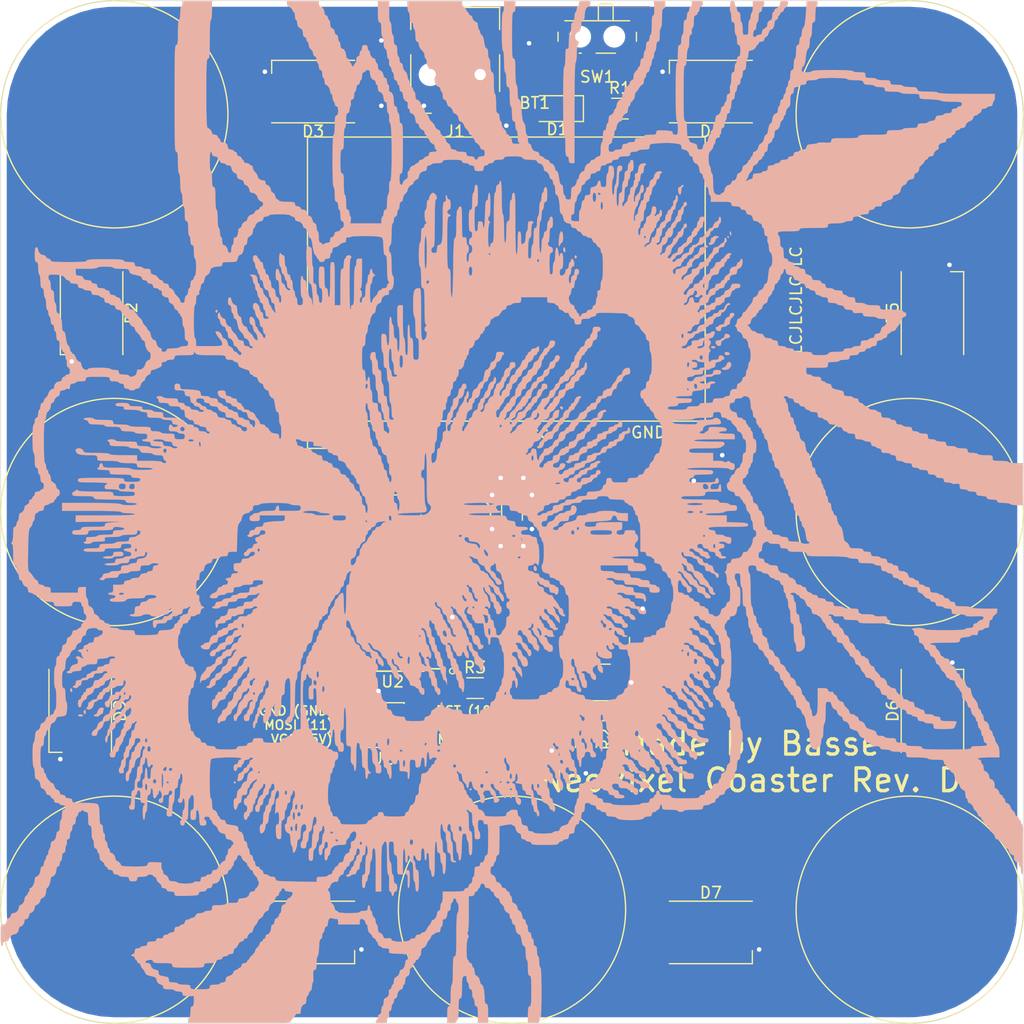
<source format=kicad_pcb>
(kicad_pcb (version 20171130) (host pcbnew "(5.1.8)-1")
  (title_block (title "NeoPixel Coaster") (date 2021-03-06) (rev D) (comment 4 "Sebastian From"))
  (layers (0 F.Cu signal) (31 B.Cu power) (34 B.Paste user hide) (35 F.Paste user hide) (36 B.SilkS user hide) (37 F.SilkS user) (38 B.Mask user) (39 F.Mask user hide) (44 Edge.Cuts user))
  (net 0 "")
  (net 1 "Net-(BT1-Pad1)")
  (net 2 GND)
  (net 3 "Net-(C1-Pad2)")
  (net 4 "Net-(D1-Pad1)")
  (net 5 Vcc)
  (net 6 MOSI)
  (net 7 "Net-(J1-Pad2)")
  (net 8 "Net-(J1-Pad3)")
  (net 9 "Net-(J1-Pad4)")
  (net 10 MISO)
  (net 11 SCK)
  (net 12 Reset)
  (net 13 "Net-(R1-Pad2)")
  (net 14 "Net-(R2-Pad1)")
  (net 15 SensOut)
  (net 16 "Net-(D2-Pad4)")
  (net 17 "Net-(D3-Pad4)")
  (net 18 "Net-(D4-Pad4)")
  (net 19 "Net-(D5-Pad4)")
  (net 20 "Net-(SW1-Pad3)")
  (net 21 "Net-(D6-Pad4)")
  (net 22 "Net-(D7-Pad4)")
  (net 23 "Net-(D8-Pad4)")
  (net 24 "Net-(D9-Pad4)")
  (net 25 "Net-(SW2-Pad1)")
  (module Button_Switch_SMD:SW_SPST_TL3342 (layer F.Cu) (at 79.25 96.25 180)
    (fp_text reference SW2 (at 0 -3.75) (layer F.SilkS))
    (fp_text value SW_Push)
    (pad 2 smd rect (at 3.15 1.9 180) (size 1.7 1) (layers F.Cu F.Paste F.Mask) (net 5 Vcc))
    (pad 2 smd rect (at -3.15 1.9 180) (size 1.7 1) (layers F.Cu F.Paste F.Mask) (net 5 Vcc))
    (pad 1 smd rect (at 3.15 -1.9 180) (size 1.7 1) (layers F.Cu F.Paste F.Mask) (net 25 "Net-(SW2-Pad1)"))
    (pad 1 smd rect (at -3.15 -1.9 180) (size 1.7 1) (layers F.Cu F.Paste F.Mask) (net 25 "Net-(SW2-Pad1)"))
  )
  (module MyOwn:Flower_logo4 (layer B.Cu) (at 90 95)
    (fp_text reference G*** hide)
    (fp_text value LOGO hide)
  )
  (module MyOwn:Distans (layer F.Cu) (at 55 95)
    (fp_text reference REF** hide)
    (fp_text value Distans)
  )
  (module MyOwn:Distans (layer F.Cu) (at 125 95)
    (fp_text reference REF** hide)
    (fp_text value Distans)
  )
  (module MyOwn:Distans (layer F.Cu) (at 90 130)
    (fp_text reference REF** hide)
    (fp_text value Distans)
  )
  (module MyOwn:Distans (layer F.Cu) (at 125 130)
    (fp_text reference REF** hide)
    (fp_text value Distans)
  )
  (module MyOwn:Distans (layer F.Cu) (at 55 130)
    (fp_text reference REF** hide)
    (fp_text value Distans)
  )
  (module MyOwn:Distans (layer F.Cu) (at 125 60)
    (fp_text reference REF** hide)
    (fp_text value Distans)
  )
  (module MyOwn:Distans (layer F.Cu) (at 55 60)
    (fp_text reference REF** hide)
    (fp_text value Distans)
  )
  (module Capacitor_SMD:C_1206_3216Metric (layer F.Cu) (at 101.25 106.75 270)
    (fp_text reference C2 (at 0 -1.85 90) (layer F.SilkS))
    (fp_text value 4.7u)
    (pad 1 smd roundrect (at -1.475 0 270) (size 1.15 1.8) (layers F.Cu F.Paste F.Mask) (roundrect_rratio 0.2173904347826087) (net 2 GND))
    (pad 2 smd roundrect (at 1.475 0 270) (size 1.15 1.8) (layers F.Cu F.Paste F.Mask) (roundrect_rratio 0.2173904347826087) (net 1 "Net-(BT1-Pad1)"))
  )
  (module Package_SO:SOIJ-8_5.3x5.3mm_P1.27mm (layer F.Cu) (at 79.5 106.25 180)
    (fp_text reference U2 (at 0 -3.68) (layer F.SilkS))
    (fp_text value ATtiny85-20SU)
    (pad 1 smd rect (at -3.65 -1.905 180) (size 1.7 0.65) (layers F.Cu F.Paste F.Mask) (net 12 Reset))
    (pad 2 smd rect (at -3.65 -0.635 180) (size 1.7 0.65) (layers F.Cu F.Paste F.Mask) (net 15 SensOut))
    (pad 3 smd rect (at -3.65 0.635 180) (size 1.7 0.65) (layers F.Cu F.Paste F.Mask) (net 25 "Net-(SW2-Pad1)"))
    (pad 4 smd rect (at -3.65 1.905 180) (size 1.7 0.65) (layers F.Cu F.Paste F.Mask) (net 2 GND))
    (pad 5 smd rect (at 3.65 1.905 180) (size 1.7 0.65) (layers F.Cu F.Paste F.Mask) (net 6 MOSI))
    (pad 6 smd rect (at 3.65 0.635 180) (size 1.7 0.65) (layers F.Cu F.Paste F.Mask) (net 10 MISO))
    (pad 7 smd rect (at 3.65 -0.635 180) (size 1.7 0.65) (layers F.Cu F.Paste F.Mask) (net 11 SCK))
    (pad 8 smd rect (at 3.65 -1.905 180) (size 1.7 0.65) (layers F.Cu F.Paste F.Mask) (net 5 Vcc))
  )
  (module Connector_USB:USB_Mini-B_Lumberg_2486_01_Horizontal (layer F.Cu) (at 85 56.5 180)
    (fp_text reference J1 (at 0 -5) (layer F.SilkS))
    (fp_text value USB_B_Mini)
    (pad 1 smd rect (at -1.6 -2.7 180) (size 0.5 2) (layers F.Cu F.Paste F.Mask) (net 3 "Net-(C1-Pad2)"))
    (pad 2 smd rect (at -0.8 -2.7 180) (size 0.5 2) (layers F.Cu F.Paste F.Mask) (net 7 "Net-(J1-Pad2)"))
    (pad 3 smd rect (at 0 -2.7 180) (size 0.5 2) (layers F.Cu F.Paste F.Mask) (net 8 "Net-(J1-Pad3)"))
    (pad 4 smd rect (at 0.8 -2.7 180) (size 0.5 2) (layers F.Cu F.Paste F.Mask) (net 9 "Net-(J1-Pad4)"))
    (pad 5 smd rect (at 1.6 -2.7 180) (size 0.5 2) (layers F.Cu F.Paste F.Mask) (net 2 GND))
    (pad 6 smd rect (at -4.45 -2.6 180) (size 2 1.7) (layers F.Cu F.Paste F.Mask) (net 2 GND))
    (pad 6 smd rect (at -4.45 2.85 180) (size 2 1.7) (layers F.Cu F.Paste F.Mask) (net 2 GND))
    (pad 6 smd rect (at 4.45 -2.6 180) (size 2 1.7) (layers F.Cu F.Paste F.Mask) (net 2 GND))
    (pad 6 smd rect (at 4.45 2.85 180) (size 2 1.7) (layers F.Cu F.Paste F.Mask) (net 2 GND))
    (pad "" np_thru_hole circle (at -2.2 0 180) (size 1 1) (drill 1) (layers *.Cu *.Mask))
    (pad "" np_thru_hole circle (at 2.2 0 180) (size 1 1) (drill 1) (layers *.Cu *.Mask))
  )
  (module Capacitor_SMD:C_1206_3216Metric (layer F.Cu) (at 93.5 113 90)
    (fp_text reference C1 (at 0 -1.85 90) (layer F.SilkS))
    (fp_text value 4.7u)
    (pad 2 smd roundrect (at 1.475 0 90) (size 1.15 1.8) (layers F.Cu F.Paste F.Mask) (roundrect_rratio 0.2173904347826087) (net 3 "Net-(C1-Pad2)"))
    (pad 1 smd roundrect (at -1.475 0 90) (size 1.15 1.8) (layers F.Cu F.Paste F.Mask) (roundrect_rratio 0.2173904347826087) (net 2 GND))
  )
  (module Connector_PinHeader_1.27mm:PinHeader_2x03_P1.27mm_Vertical_SMD (layer F.Cu) (at 78.75 113.75 180)
    (fp_text reference J2 (at 0 -2.965) (layer F.SilkS))
    (fp_text value Conn_02x03_Odd_Even)
    (pad 1 smd rect (at -1.95 -1.27 180) (size 2.4 0.74) (layers F.Cu F.Paste F.Mask) (net 10 MISO))
    (pad 2 smd rect (at 1.95 -1.27 180) (size 2.4 0.74) (layers F.Cu F.Paste F.Mask) (net 5 Vcc))
    (pad 3 smd rect (at -1.95 0 180) (size 2.4 0.74) (layers F.Cu F.Paste F.Mask) (net 11 SCK))
    (pad 4 smd rect (at 1.95 0 180) (size 2.4 0.74) (layers F.Cu F.Paste F.Mask) (net 6 MOSI))
    (pad 5 smd rect (at -1.95 1.27 180) (size 2.4 0.74) (layers F.Cu F.Paste F.Mask) (net 12 Reset))
    (pad 6 smd rect (at 1.95 1.27 180) (size 2.4 0.74) (layers F.Cu F.Paste F.Mask) (net 2 GND))
  )
  (module Resistor_SMD:R_1206_3216Metric (layer F.Cu) (at 99.5 59.5)
    (fp_text reference R1 (at 0 -1.82) (layer F.SilkS))
    (fp_text value 2.2k)
    (pad 2 smd roundrect (at 1.4625 0) (size 1.125 1.75) (layers F.Cu F.Paste F.Mask) (roundrect_rratio 0.2222204444444444) (net 13 "Net-(R1-Pad2)"))
    (pad 1 smd roundrect (at -1.4625 0) (size 1.125 1.75) (layers F.Cu F.Paste F.Mask) (roundrect_rratio 0.2222204444444444) (net 4 "Net-(D1-Pad1)"))
  )
  (module Resistor_SMD:R_1206_3216Metric (layer F.Cu) (at 96.5 115 270)
    (fp_text reference R2 (at 0 -1.82 90) (layer F.SilkS))
    (fp_text value 4.7k)
    (pad 1 smd roundrect (at -1.4625 0 270) (size 1.125 1.75) (layers F.Cu F.Paste F.Mask) (roundrect_rratio 0.2222204444444444) (net 14 "Net-(R2-Pad1)"))
    (pad 2 smd roundrect (at 1.4625 0 270) (size 1.125 1.75) (layers F.Cu F.Paste F.Mask) (roundrect_rratio 0.2222204444444444) (net 2 GND))
  )
  (module Resistor_SMD:R_1206_3216Metric (layer F.Cu) (at 86.75 110.5)
    (fp_text reference R3 (at 0 -1.82) (layer F.SilkS))
    (fp_text value 100k)
    (pad 2 smd roundrect (at 1.4625 0) (size 1.125 1.75) (layers F.Cu F.Paste F.Mask) (roundrect_rratio 0.2222204444444444) (net 15 SensOut))
    (pad 1 smd roundrect (at -1.4625 0) (size 1.125 1.75) (layers F.Cu F.Paste F.Mask) (roundrect_rratio 0.2222204444444444) (net 5 Vcc))
  )
  (module Resistor_SMD:R_1206_3216Metric (layer F.Cu) (at 90 95 90)
    (fp_text reference TH1 (at 0 -1.82 90) (layer F.SilkS))
    (fp_text value Thermistor)
    (pad 1 smd roundrect (at -1.4625 0 90) (size 1.125 1.75) (layers F.Cu F.Paste F.Mask) (roundrect_rratio 0.2222204444444444) (net 15 SensOut))
    (pad 2 smd roundrect (at 1.4625 0 90) (size 1.125 1.75) (layers F.Cu F.Paste F.Mask) (roundrect_rratio 0.2222204444444444) (net 2 GND))
  )
  (module Package_TO_SOT_SMD:SOT-23-5 (layer F.Cu) (at 97.75 110 180)
    (fp_text reference U1 (at 0 -2.9) (layer F.SilkS))
    (fp_text value MCP73831-2-OT)
    (pad 1 smd rect (at -1.1 -0.95 180) (size 1.06 0.65) (layers F.Cu F.Paste F.Mask) (net 13 "Net-(R1-Pad2)"))
    (pad 2 smd rect (at -1.1 0 180) (size 1.06 0.65) (layers F.Cu F.Paste F.Mask) (net 2 GND))
    (pad 3 smd rect (at -1.1 0.95 180) (size 1.06 0.65) (layers F.Cu F.Paste F.Mask) (net 1 "Net-(BT1-Pad1)"))
    (pad 4 smd rect (at 1.1 0.95 180) (size 1.06 0.65) (layers F.Cu F.Paste F.Mask) (net 3 "Net-(C1-Pad2)"))
    (pad 5 smd rect (at 1.1 -0.95 180) (size 1.06 0.65) (layers F.Cu F.Paste F.Mask) (net 14 "Net-(R2-Pad1)"))
  )
  (module "MyOwn:Batteri LiPo 3.7V 400mAh" (layer F.Cu) (at 92 72)
    (fp_text reference BT1 (at 0 -13) (layer F.SilkS))
    (fp_text value Battery_Cell)
    (pad 2 smd circle (at 14 18) (size 3 3) (layers F.Cu F.Paste F.Mask) (net 2 GND))
    (pad 1 smd circle (at 3.5 18) (size 3 3) (layers F.Cu F.Paste F.Mask) (net 1 "Net-(BT1-Pad1)"))
  )
  (module LED_SMD:LED_SK6812_PLCC4_5.0x5.0mm_P3.2mm (layer F.Cu) (at 53 77.5 270)
    (fp_text reference D2 (at 0 -3.5 90) (layer F.SilkS))
    (fp_text value SK6812)
    (pad 3 smd rect (at -2.45 -1.6 270) (size 1.5 1) (layers F.Cu F.Paste F.Mask) (net 5 Vcc))
    (pad 4 smd rect (at -2.45 1.6 270) (size 1.5 1) (layers F.Cu F.Paste F.Mask) (net 16 "Net-(D2-Pad4)"))
    (pad 2 smd rect (at 2.45 -1.6 270) (size 1.5 1) (layers F.Cu F.Paste F.Mask) (net 6 MOSI))
    (pad 1 smd rect (at 2.45 1.6 270) (size 1.5 1) (layers F.Cu F.Paste F.Mask) (net 2 GND))
  )
  (module LED_SMD:LED_SK6812_PLCC4_5.0x5.0mm_P3.2mm (layer F.Cu) (at 72.5 58 180)
    (fp_text reference D3 (at 0 -3.5) (layer F.SilkS))
    (fp_text value SK6812)
    (pad 1 smd rect (at 2.45 1.6 180) (size 1.5 1) (layers F.Cu F.Paste F.Mask) (net 2 GND))
    (pad 2 smd rect (at 2.45 -1.6 180) (size 1.5 1) (layers F.Cu F.Paste F.Mask) (net 16 "Net-(D2-Pad4)"))
    (pad 4 smd rect (at -2.45 1.6 180) (size 1.5 1) (layers F.Cu F.Paste F.Mask) (net 17 "Net-(D3-Pad4)"))
    (pad 3 smd rect (at -2.45 -1.6 180) (size 1.5 1) (layers F.Cu F.Paste F.Mask) (net 5 Vcc))
  )
  (module LED_SMD:LED_SK6812_PLCC4_5.0x5.0mm_P3.2mm (layer F.Cu) (at 107.5 58 180)
    (fp_text reference D4 (at 0 -3.5) (layer F.SilkS))
    (fp_text value SK6812)
    (pad 3 smd rect (at -2.45 -1.6 180) (size 1.5 1) (layers F.Cu F.Paste F.Mask) (net 5 Vcc))
    (pad 4 smd rect (at -2.45 1.6 180) (size 1.5 1) (layers F.Cu F.Paste F.Mask) (net 18 "Net-(D4-Pad4)"))
    (pad 2 smd rect (at 2.45 -1.6 180) (size 1.5 1) (layers F.Cu F.Paste F.Mask) (net 17 "Net-(D3-Pad4)"))
    (pad 1 smd rect (at 2.45 1.6 180) (size 1.5 1) (layers F.Cu F.Paste F.Mask) (net 2 GND))
  )
  (module LED_SMD:LED_SK6812_PLCC4_5.0x5.0mm_P3.2mm (layer F.Cu) (at 127 77.5 90)
    (fp_text reference D5 (at 0 -3.5 90) (layer F.SilkS))
    (fp_text value SK6812)
    (pad 1 smd rect (at 2.45 1.6 90) (size 1.5 1) (layers F.Cu F.Paste F.Mask) (net 2 GND))
    (pad 2 smd rect (at 2.45 -1.6 90) (size 1.5 1) (layers F.Cu F.Paste F.Mask) (net 18 "Net-(D4-Pad4)"))
    (pad 4 smd rect (at -2.45 1.6 90) (size 1.5 1) (layers F.Cu F.Paste F.Mask) (net 19 "Net-(D5-Pad4)"))
    (pad 3 smd rect (at -2.45 -1.6 90) (size 1.5 1) (layers F.Cu F.Paste F.Mask) (net 5 Vcc))
  )
  (module Button_Switch_SMD:SW_SPDT_PCM12 (layer F.Cu) (at 97.5 53.5 180)
    (fp_text reference SW1 (at 0 -3.2) (layer F.SilkS))
    (fp_text value SW_SPDT)
    (pad "" np_thru_hole circle (at -1.5 0.33 180) (size 0.9 0.9) (drill 0.9) (layers *.Cu *.Mask))
    (pad "" np_thru_hole circle (at 1.5 0.33 180) (size 0.9 0.9) (drill 0.9) (layers *.Cu *.Mask))
    (pad 1 smd rect (at -2.25 -1.43 180) (size 0.7 1.5) (layers F.Cu F.Paste F.Mask) (net 5 Vcc))
    (pad 2 smd rect (at 0.75 -1.43 180) (size 0.7 1.5) (layers F.Cu F.Paste F.Mask) (net 1 "Net-(BT1-Pad1)"))
    (pad 3 smd rect (at 2.25 -1.43 180) (size 0.7 1.5) (layers F.Cu F.Paste F.Mask) (net 20 "Net-(SW1-Pad3)"))
    (pad "" smd rect (at -3.65 1.43 180) (size 1 0.8) (layers F.Cu F.Paste F.Mask))
    (pad "" smd rect (at 3.65 1.43 180) (size 1 0.8) (layers F.Cu F.Paste F.Mask))
    (pad "" smd rect (at 3.65 -0.78 180) (size 1 0.8) (layers F.Cu F.Paste F.Mask))
    (pad "" smd rect (at -3.65 -0.78 180) (size 1 0.8) (layers F.Cu F.Paste F.Mask))
  )
  (module LED_SMD:LED_1206_3216Metric (layer F.Cu) (at 94 59.5 180)
    (fp_text reference D1 (at 0 -1.82) (layer F.SilkS))
    (fp_text value LED)
    (pad 1 smd roundrect (at -1.4 0 180) (size 1.25 1.75) (layers F.Cu F.Paste F.Mask) (roundrect_rratio 0.2) (net 4 "Net-(D1-Pad1)"))
    (pad 2 smd roundrect (at 1.4 0 180) (size 1.25 1.75) (layers F.Cu F.Paste F.Mask) (roundrect_rratio 0.2) (net 3 "Net-(C1-Pad2)"))
  )
  (module LED_SMD:LED_SK6812_PLCC4_5.0x5.0mm_P3.2mm (layer F.Cu) (at 127 112.5 90)
    (fp_text reference D6 (at 0 -3.5 90) (layer F.SilkS))
    (fp_text value SK6812)
    (pad 1 smd rect (at 2.45 1.6 90) (size 1.5 1) (layers F.Cu F.Paste F.Mask) (net 2 GND))
    (pad 2 smd rect (at 2.45 -1.6 90) (size 1.5 1) (layers F.Cu F.Paste F.Mask) (net 19 "Net-(D5-Pad4)"))
    (pad 4 smd rect (at -2.45 1.6 90) (size 1.5 1) (layers F.Cu F.Paste F.Mask) (net 21 "Net-(D6-Pad4)"))
    (pad 3 smd rect (at -2.45 -1.6 90) (size 1.5 1) (layers F.Cu F.Paste F.Mask) (net 5 Vcc))
  )
  (module LED_SMD:LED_SK6812_PLCC4_5.0x5.0mm_P3.2mm (layer F.Cu) (at 107.5 132)
    (fp_text reference D7 (at 0 -3.5) (layer F.SilkS))
    (fp_text value SK6812)
    (pad 3 smd rect (at -2.45 -1.6) (size 1.5 1) (layers F.Cu F.Paste F.Mask) (net 5 Vcc))
    (pad 4 smd rect (at -2.45 1.6) (size 1.5 1) (layers F.Cu F.Paste F.Mask) (net 22 "Net-(D7-Pad4)"))
    (pad 2 smd rect (at 2.45 -1.6) (size 1.5 1) (layers F.Cu F.Paste F.Mask) (net 21 "Net-(D6-Pad4)"))
    (pad 1 smd rect (at 2.45 1.6) (size 1.5 1) (layers F.Cu F.Paste F.Mask) (net 2 GND))
  )
  (module LED_SMD:LED_SK6812_PLCC4_5.0x5.0mm_P3.2mm (layer F.Cu) (at 72.5 132)
    (fp_text reference D8 (at 0 -3.5) (layer F.SilkS))
    (fp_text value SK6812)
    (pad 1 smd rect (at 2.45 1.6) (size 1.5 1) (layers F.Cu F.Paste F.Mask) (net 2 GND))
    (pad 2 smd rect (at 2.45 -1.6) (size 1.5 1) (layers F.Cu F.Paste F.Mask) (net 22 "Net-(D7-Pad4)"))
    (pad 4 smd rect (at -2.45 1.6) (size 1.5 1) (layers F.Cu F.Paste F.Mask) (net 23 "Net-(D8-Pad4)"))
    (pad 3 smd rect (at -2.45 -1.6) (size 1.5 1) (layers F.Cu F.Paste F.Mask) (net 5 Vcc))
  )
  (module LED_SMD:LED_SK6812_PLCC4_5.0x5.0mm_P3.2mm (layer F.Cu) (at 52 112.5 270)
    (fp_text reference D9 (at 0 -3.5 90) (layer F.SilkS))
    (fp_text value SK6812)
    (pad 3 smd rect (at -2.45 -1.6 270) (size 1.5 1) (layers F.Cu F.Paste F.Mask) (net 5 Vcc))
    (pad 4 smd rect (at -2.45 1.6 270) (size 1.5 1) (layers F.Cu F.Paste F.Mask) (net 24 "Net-(D9-Pad4)"))
    (pad 2 smd rect (at 2.45 -1.6 270) (size 1.5 1) (layers F.Cu F.Paste F.Mask) (net 23 "Net-(D8-Pad4)"))
    (pad 1 smd rect (at 2.45 1.6 270) (size 1.5 1) (layers F.Cu F.Paste F.Mask) (net 2 GND))
  )
  (gr_text JLCJLCJLCJLC (at 115 76.75 90) (layer F.SilkS) (effects (font (size 1 1))))
  (gr_circle (center 84.75 109) (end 85 109) (layer F.SilkS) (width 0.12))
  (gr_text "MISO (12)" (at 86.5 115) (layer F.SilkS) (effects (font (size 0.8 0.8))))
  (gr_text "SCK (13)" (at 86.25 113.75) (layer F.SilkS) (effects (font (size 0.8 0.8))))
  (gr_text "RST (10)" (at 86 112.5) (layer F.SilkS) (effects (font (size 0.8 0.8))))
  (gr_text "VCC (5V)" (at 71.5 115) (layer F.SilkS) (effects (font (size 0.8 0.8))))
  (gr_text "MOSI (11)" (at 71.25 113.75) (layer F.SilkS) (effects (font (size 0.8 0.8))))
  (gr_text "GND (GND)" (at 71 112.5) (layer F.SilkS) (effects (font (size 0.8 0.8))))
  (gr_text "Made by Basse\nNeoPixel Coaster Rev. D" (at 111 117) (layer F.SilkS) (effects (font (size 2 2) (thickness 0.3))))
  (gr_text GND (at 102 88) (layer F.SilkS) (effects (font (size 1 1))))
  (gr_text Vcc (at 92 88) (layer F.SilkS) (effects (font (size 1 1))))
  (gr_arc (start 55 130) (end 45 130) (angle -90) (layer Edge.Cuts) (width 0.05))
  (gr_arc (start 125 130) (end 125 140) (angle -90) (layer Edge.Cuts) (width 0.05))
  (gr_arc (start 125 60) (end 135 60) (angle -90) (layer Edge.Cuts) (width 0.05))
  (gr_line (start 135 60) (end 135 130) (layer Edge.Cuts) (width 0.05))
  (gr_line (start 55 140) (end 125 140) (layer Edge.Cuts) (width 0.05))
  (gr_line (start 55 50) (end 125 50) (layer Edge.Cuts) (width 0.05))
  (gr_arc (start 55 60) (end 55 50) (angle -90) (layer Edge.Cuts) (width 0.05))
  (gr_line (start 45 60) (end 45 130) (layer Edge.Cuts) (width 0.05))
  (segment (start 96.75 55.340002) (end 94 58.090002) (width 0.5) (layer F.Cu) (net 1))
  (segment (start 96.75 54.93) (end 96.75 55.340002) (width 0.5) (layer F.Cu) (net 1))
  (segment (start 94.000001 88.500001) (end 95.5 90) (width 0.5) (layer F.Cu) (net 1))
  (segment (start 94 58.090002) (end 94.000001 88.500001) (width 0.5) (layer F.Cu) (net 1))
  (segment (start 98.5 108.624999) (end 98.85 108.974999) (width 1) (layer F.Cu) (net 1))
  (segment (start 98.899999 108.225) (end 98.5 108.624999) (width 0.5) (layer F.Cu) (net 1))
  (segment (start 101.25 108.225) (end 98.899999 108.225) (width 0.5) (layer F.Cu) (net 1))
  (segment (start 98.5 93) (end 95.5 90) (width 1) (layer F.Cu) (net 1))
  (segment (start 98.5 108.624999) (end 98.5 93) (width 1) (layer F.Cu) (net 1))
  (via (at 78.25 110.75) (size 0.8) (drill 0.4) (layers F.Cu B.Cu) (net 2))
  (via (at 101.5 103.5) (size 0.8) (drill 0.4) (layers F.Cu B.Cu) (net 2))
  (via (at 100.5 110) (size 0.8) (drill 0.4) (layers F.Cu B.Cu) (net 2))
  (via (at 93.5 116) (size 0.8) (drill 0.4) (layers F.Cu B.Cu) (net 2))
  (via (at 96.5 118) (size 0.8) (drill 0.4) (layers F.Cu B.Cu) (net 2))
  (via (at 84.75 104.25) (size 0.8) (drill 0.4) (layers F.Cu B.Cu) (net 2))
  (via (at 50.25 116.75) (size 0.8) (drill 0.4) (layers F.Cu B.Cu) (net 2))
  (via (at 76.75 133.5) (size 0.8) (drill 0.4) (layers F.Cu B.Cu) (net 2))
  (via (at 111.75 133.5) (size 0.8) (drill 0.4) (layers F.Cu B.Cu) (net 2))
  (via (at 128.75 108.25) (size 0.8) (drill 0.4) (layers F.Cu B.Cu) (net 2))
  (via (at 128.5 73.25) (size 0.8) (drill 0.4) (layers F.Cu B.Cu) (net 2))
  (via (at 51.25 81.75) (size 0.8) (drill 0.4) (layers F.Cu B.Cu) (net 2))
  (via (at 103.25 56.25) (size 0.8) (drill 0.4) (layers F.Cu B.Cu) (net 2))
  (via (at 68.25 56.25) (size 0.8) (drill 0.4) (layers F.Cu B.Cu) (net 2))
  (via (at 82.25 59.25) (size 0.8) (drill 0.4) (layers F.Cu B.Cu) (net 2))
  (via (at 89 98) (size 0.8) (drill 0.4) (layers F.Cu B.Cu) (net 2))
  (via (at 91 98) (size 0.8) (drill 0.4) (layers F.Cu B.Cu) (net 2))
  (via (at 91 92) (size 0.8) (drill 0.4) (layers F.Cu B.Cu) (net 2))
  (via (at 88.25 96.5) (size 0.8) (drill 0.4) (layers F.Cu B.Cu) (net 2))
  (via (at 91.75 96.5) (size 0.8) (drill 0.4) (layers F.Cu B.Cu) (net 2))
  (via (at 88.25 93.5) (size 0.8) (drill 0.4) (layers F.Cu B.Cu) (net 2))
  (via (at 91.75 93.5) (size 0.8) (drill 0.4) (layers F.Cu B.Cu) (net 2))
  (via (at 89 92) (size 0.8) (drill 0.4) (layers F.Cu B.Cu) (net 2))
  (via (at 106 92.25) (size 0.8) (drill 0.4) (layers F.Cu B.Cu) (net 2))
  (via (at 108.5 90) (size 0.8) (drill 0.4) (layers F.Cu B.Cu) (net 2))
  (via (at 89.5 61) (size 0.8) (drill 0.4) (layers F.Cu B.Cu) (net 2))
  (via (at 91.5 53.75) (size 0.8) (drill 0.4) (layers F.Cu B.Cu) (net 2))
  (via (at 78.5 59.25) (size 0.8) (drill 0.4) (layers F.Cu B.Cu) (net 2))
  (via (at 78.5 53.5) (size 0.8) (drill 0.4) (layers F.Cu B.Cu) (net 2))
  (segment (start 80.4 53.5) (end 80.55 53.65) (width 0.5) (layer F.Cu) (net 2))
  (segment (start 78.5 53.5) (end 80.4 53.5) (width 0.5) (layer F.Cu) (net 2))
  (segment (start 91.4 53.65) (end 91.5 53.75) (width 0.5) (layer F.Cu) (net 2))
  (segment (start 89.45 53.65) (end 91.4 53.65) (width 0.5) (layer F.Cu) (net 2))
  (segment (start 89.5 59.15) (end 89.45 59.1) (width 0.5) (layer F.Cu) (net 2))
  (segment (start 89.5 61) (end 89.5 59.15) (width 0.5) (layer F.Cu) (net 2))
  (segment (start 78.65 59.1) (end 78.5 59.25) (width 0.5) (layer F.Cu) (net 2))
  (segment (start 80.55 59.1) (end 78.65 59.1) (width 0.5) (layer F.Cu) (net 2))
  (segment (start 82.3 59.2) (end 82.25 59.25) (width 0.5) (layer F.Cu) (net 2))
  (segment (start 83.4 59.2) (end 82.3 59.2) (width 0.5) (layer F.Cu) (net 2))
  (segment (start 89.9625 93.5) (end 90 93.5375) (width 0.5) (layer F.Cu) (net 2))
  (segment (start 88.25 93.5) (end 89.9625 93.5) (width 0.5) (layer F.Cu) (net 2))
  (segment (start 89 92.5375) (end 90 93.5375) (width 0.5) (layer F.Cu) (net 2))
  (segment (start 89 92) (end 89 92.5375) (width 0.5) (layer F.Cu) (net 2))
  (segment (start 91 92.5375) (end 90 93.5375) (width 0.5) (layer F.Cu) (net 2))
  (segment (start 91 92) (end 91 92.5375) (width 0.5) (layer F.Cu) (net 2))
  (segment (start 90.0375 93.5) (end 90 93.5375) (width 0.5) (layer F.Cu) (net 2))
  (segment (start 91.75 93.5) (end 90.0375 93.5) (width 0.5) (layer F.Cu) (net 2))
  (segment (start 88.25 96.5) (end 88.25 93.5) (width 0.5) (layer F.Cu) (net 2))
  (segment (start 91.75 96.5) (end 91.75 93.5) (width 0.5) (layer F.Cu) (net 2))
  (segment (start 91.75 97.25) (end 91.75 96.5) (width 0.5) (layer F.Cu) (net 2))
  (segment (start 91 98) (end 91.75 97.25) (width 0.5) (layer F.Cu) (net 2))
  (segment (start 88.25 97.25) (end 88.25 96.5) (width 0.5) (layer F.Cu) (net 2))
  (segment (start 89 98) (end 88.25 97.25) (width 0.5) (layer F.Cu) (net 2))
  (segment (start 69.9 56.25) (end 70.05 56.4) (width 0.5) (layer F.Cu) (net 2))
  (segment (start 68.25 56.25) (end 69.9 56.25) (width 0.5) (layer F.Cu) (net 2))
  (segment (start 103.4 56.4) (end 103.25 56.25) (width 0.5) (layer F.Cu) (net 2))
  (segment (start 105.05 56.4) (end 103.4 56.4) (width 0.5) (layer F.Cu) (net 2))
  (segment (start 51.25 80.1) (end 51.4 79.95) (width 0.5) (layer F.Cu) (net 2))
  (segment (start 51.25 81.75) (end 51.25 80.1) (width 0.5) (layer F.Cu) (net 2))
  (segment (start 128.6 73.35) (end 128.5 73.25) (width 0.5) (layer F.Cu) (net 2))
  (segment (start 128.6 75.05) (end 128.6 73.35) (width 0.5) (layer F.Cu) (net 2))
  (segment (start 128.6 108.4) (end 128.75 108.25) (width 0.5) (layer F.Cu) (net 2))
  (segment (start 128.6 110.05) (end 128.6 108.4) (width 0.5) (layer F.Cu) (net 2))
  (segment (start 111.65 133.6) (end 111.75 133.5) (width 0.5) (layer F.Cu) (net 2))
  (segment (start 109.95 133.6) (end 111.65 133.6) (width 0.5) (layer F.Cu) (net 2))
  (segment (start 75.05 133.5) (end 74.95 133.6) (width 0.5) (layer F.Cu) (net 2))
  (segment (start 76.75 133.5) (end 75.05 133.5) (width 0.5) (layer F.Cu) (net 2))
  (segment (start 50.25 115.1) (end 50.4 114.95) (width 0.5) (layer F.Cu) (net 2))
  (segment (start 50.25 116.75) (end 50.25 115.1) (width 0.5) (layer F.Cu) (net 2))
  (segment (start 106 92.25) (end 106 90) (width 0.5) (layer F.Cu) (net 2))
  (segment (start 108.5 90) (end 106 90) (width 0.5) (layer F.Cu) (net 2))
  (segment (start 83.245 104.25) (end 83.15 104.345) (width 0.5) (layer F.Cu) (net 2))
  (segment (start 84.75 104.25) (end 83.245 104.25) (width 0.5) (layer F.Cu) (net 2))
  (segment (start 93.5 116) (end 93.5 114.475) (width 0.5) (layer F.Cu) (net 2))
  (segment (start 96.5 118) (end 96.5 116.4625) (width 0.5) (layer F.Cu) (net 2))
  (segment (start 98.85 110) (end 100.5 110) (width 0.5) (layer F.Cu) (net 2))
  (segment (start 101.25 103.75) (end 101.5 103.5) (width 0.5) (layer F.Cu) (net 2))
  (segment (start 101.25 105.275) (end 101.25 103.75) (width 0.5) (layer F.Cu) (net 2))
  (segment (start 78.25 111.03) (end 76.8 112.48) (width 0.5) (layer F.Cu) (net 2))
  (segment (start 78.25 110.75) (end 78.25 111.03) (width 0.5) (layer F.Cu) (net 2))
  (segment (start 92.6 59.5) (end 92.6 59.1) (width 0.5) (layer F.Cu) (net 3))
  (segment (start 92.6 59.1) (end 91 57.5) (width 0.5) (layer F.Cu) (net 3))
  (segment (start 91 57.5) (end 88 57.5) (width 0.5) (layer F.Cu) (net 3))
  (segment (start 86.6 58.9) (end 86.6 59.2) (width 0.5) (layer F.Cu) (net 3))
  (segment (start 88 57.5) (end 86.6 58.9) (width 0.5) (layer F.Cu) (net 3))
  (segment (start 94.175 111.525) (end 96.65 109.05) (width 0.5) (layer F.Cu) (net 3))
  (segment (start 93.5 111.525) (end 94.175 111.525) (width 0.5) (layer F.Cu) (net 3))
  (segment (start 92.6 92.341998) (end 92.6 59.5) (width 0.5) (layer F.Cu) (net 3))
  (segment (start 93.65 93.391998) (end 92.6 92.341998) (width 0.5) (layer F.Cu) (net 3))
  (segment (start 93.65 104.15) (end 93.65 93.391998) (width 0.5) (layer F.Cu) (net 3))
  (segment (start 96.65 107.15) (end 93.65 104.15) (width 0.5) (layer F.Cu) (net 3))
  (segment (start 96.65 109.05) (end 96.65 107.15) (width 0.5) (layer F.Cu) (net 3))
  (segment (start 95.4 59.5) (end 98.0375 59.5) (width 0.5) (layer F.Cu) (net 4))
  (segment (start 109.95 59.6) (end 111.6 59.6) (width 1) (layer F.Cu) (net 5))
  (segment (start 111.6 59.6) (end 123.5 71.5) (width 1) (layer F.Cu) (net 5))
  (segment (start 123.5 78.05) (end 125.4 79.95) (width 1) (layer F.Cu) (net 5))
  (segment (start 123.5 71.5) (end 123.5 78.05) (width 1) (layer F.Cu) (net 5))
  (segment (start 125.4 79.95) (end 125.4 80.1) (width 1) (layer F.Cu) (net 5))
  (segment (start 125.4 80.1) (end 123.75 81.75) (width 1) (layer F.Cu) (net 5))
  (segment (start 123.75 113.3) (end 125.4 114.95) (width 1) (layer F.Cu) (net 5))
  (segment (start 123.75 81.75) (end 123.75 113.3) (width 1) (layer F.Cu) (net 5))
  (segment (start 125.4 114.95) (end 125.4 116.1) (width 1) (layer F.Cu) (net 5))
  (segment (start 125.4 116.1) (end 113 128.5) (width 1) (layer F.Cu) (net 5))
  (segment (start 106.95 128.5) (end 105.05 130.4) (width 1) (layer F.Cu) (net 5))
  (segment (start 105.05 130.4) (end 78.15 130.4) (width 1) (layer F.Cu) (net 5))
  (segment (start 78.15 130.4) (end 76.25 128.5) (width 1) (layer F.Cu) (net 5))
  (segment (start 71.95 128.5) (end 70.05 130.4) (width 1) (layer F.Cu) (net 5))
  (segment (start 76.25 128.5) (end 71.95 128.5) (width 1) (layer F.Cu) (net 5))
  (segment (start 70.05 130.4) (end 67.65 130.4) (width 1) (layer F.Cu) (net 5))
  (segment (start 67.65 130.4) (end 56 118.75) (width 1) (layer F.Cu) (net 5))
  (segment (start 56 112.45) (end 53.6 110.05) (width 1) (layer F.Cu) (net 5))
  (segment (start 56 118.75) (end 56 112.45) (width 1) (layer F.Cu) (net 5))
  (segment (start 107.5 128.5) (end 106.95 128.5) (width 1) (layer F.Cu) (net 5))
  (segment (start 113 128.5) (end 107.5 128.5) (width 1) (layer F.Cu) (net 5))
  (segment (start 59.5 75.05) (end 74.95 59.6) (width 1) (layer F.Cu) (net 5))
  (segment (start 54.6 75.05) (end 59.5 75.05) (width 1) (layer F.Cu) (net 5))
  (segment (start 54.6 75.05) (end 54.6 75.15) (width 1) (layer F.Cu) (net 5))
  (segment (start 54.6 75.15) (end 52 77.75) (width 1) (layer F.Cu) (net 5))
  (segment (start 52 77.75) (end 49.75 77.75) (width 1) (layer F.Cu) (net 5))
  (segment (start 49.75 77.75) (end 48.5 79) (width 1) (layer F.Cu) (net 5))
  (segment (start 48.5 104.95) (end 53.6 110.05) (width 1) (layer F.Cu) (net 5))
  (segment (start 48.5 79) (end 48.5 104.95) (width 1) (layer F.Cu) (net 5))
  (segment (start 99.75 54.93) (end 103 58.18) (width 1) (layer F.Cu) (net 5))
  (segment (start 103 60.060002) (end 104.439998 61.5) (width 1) (layer F.Cu) (net 5))
  (segment (start 103 58.18) (end 103 60.060002) (width 1) (layer F.Cu) (net 5))
  (segment (start 108.05 61.5) (end 109.95 59.6) (width 1) (layer F.Cu) (net 5))
  (segment (start 104.439998 61.5) (end 108.05 61.5) (width 1) (layer F.Cu) (net 5))
  (segment (start 60.295 108.155) (end 56 112.45) (width 0.5) (layer F.Cu) (net 5))
  (segment (start 75.85 108.155) (end 60.295 108.155) (width 0.5) (layer F.Cu) (net 5))
  (segment (start 85.2875 110.5) (end 85.2875 116.7125) (width 0.5) (layer F.Cu) (net 5))
  (segment (start 76.25 125.75) (end 76.25 128.5) (width 0.5) (layer F.Cu) (net 5))
  (segment (start 85.2875 116.7125) (end 76.25 125.75) (width 0.5) (layer F.Cu) (net 5))
  (segment (start 73 98.5) (end 73 93.25) (width 0.5) (layer F.Cu) (net 5))
  (segment (start 80.25 105.75) (end 73 98.5) (width 0.5) (layer F.Cu) (net 5))
  (segment (start 80.25 110.008002) (end 80.25 105.75) (width 0.5) (layer F.Cu) (net 5))
  (segment (start 79 113.930002) (end 79 111.258002) (width 0.5) (layer F.Cu) (net 5))
  (segment (start 79 111.258002) (end 80.25 110.008002) (width 0.5) (layer F.Cu) (net 5))
  (segment (start 77.910002 115.02) (end 79 113.930002) (width 0.5) (layer F.Cu) (net 5))
  (segment (start 59.5 79.75) (end 59.5 75.05) (width 0.5) (layer F.Cu) (net 5))
  (segment (start 76.8 115.02) (end 77.910002 115.02) (width 0.5) (layer F.Cu) (net 5))
  (segment (start 74.75 93) (end 76.1 94.35) (width 0.5) (layer F.Cu) (net 5))
  (segment (start 72.75 93) (end 74.75 93) (width 0.5) (layer F.Cu) (net 5))
  (segment (start 73 93.25) (end 72.75 93) (width 0.5) (layer F.Cu) (net 5))
  (segment (start 72.75 93) (end 59.5 79.75) (width 0.5) (layer F.Cu) (net 5))
  (segment (start 76.1 94.35) (end 82.4 94.35) (width 0.5) (layer F.Cu) (net 5))
  (segment (start 54.6 79.95) (end 57.45 79.95) (width 0.5) (layer F.Cu) (net 6))
  (segment (start 57.45 79.95) (end 71.345 93.845) (width 0.5) (layer F.Cu) (net 6))
  (segment (start 79 106.425038) (end 76.919962 104.345) (width 0.5) (layer F.Cu) (net 6))
  (segment (start 76.919962 104.345) (end 75.85 104.345) (width 0.5) (layer F.Cu) (net 6))
  (segment (start 79 109) (end 79 106.425038) (width 0.5) (layer F.Cu) (net 6))
  (segment (start 72.75 110.5) (end 77.5 110.5) (width 0.5) (layer F.Cu) (net 6))
  (segment (start 77.5 110.5) (end 79 109) (width 0.5) (layer F.Cu) (net 6))
  (segment (start 71.75 111.5) (end 72.75 110.5) (width 0.5) (layer F.Cu) (net 6))
  (segment (start 71.75 113) (end 71.75 111.5) (width 0.5) (layer F.Cu) (net 6))
  (segment (start 72.5 113.75) (end 71.75 113) (width 0.5) (layer F.Cu) (net 6))
  (segment (start 76.8 113.75) (end 72.5 113.75) (width 0.5) (layer F.Cu) (net 6))
  (segment (start 71.345 99.84) (end 75.85 104.345) (width 0.5) (layer F.Cu) (net 6))
  (segment (start 71.345 93.845) (end 71.345 99.84) (width 0.5) (layer F.Cu) (net 6))
  (segment (start 77.2 105.615) (end 78 106.415) (width 0.5) (layer F.Cu) (net 10))
  (segment (start 75.85 105.615) (end 77.2 105.615) (width 0.5) (layer F.Cu) (net 10))
  (segment (start 78 108.979965) (end 77.279955 109.70001) (width 0.5) (layer F.Cu) (net 10))
  (segment (start 78 106.415) (end 78 108.979965) (width 0.5) (layer F.Cu) (net 10))
  (segment (start 77.279955 109.70001) (end 71.04999 109.70001) (width 0.5) (layer F.Cu) (net 10))
  (segment (start 71.04999 109.70001) (end 70.5 110.25) (width 0.5) (layer F.Cu) (net 10))
  (segment (start 70.5 117.25) (end 70.75 117.5) (width 0.5) (layer F.Cu) (net 10))
  (segment (start 70.5 110.25) (end 70.5 117.25) (width 0.5) (layer F.Cu) (net 10))
  (segment (start 78.22 117.5) (end 80.7 115.02) (width 0.5) (layer F.Cu) (net 10))
  (segment (start 70.75 117.5) (end 78.22 117.5) (width 0.5) (layer F.Cu) (net 10))
  (segment (start 83 114.35) (end 82.4 113.75) (width 0.5) (layer F.Cu) (net 11))
  (segment (start 83 117) (end 83 114.35) (width 0.5) (layer F.Cu) (net 11))
  (segment (start 70.5 118.25) (end 81.75 118.25) (width 0.5) (layer F.Cu) (net 11))
  (segment (start 69.75 109.75) (end 69.75 117.5) (width 0.5) (layer F.Cu) (net 11))
  (segment (start 70.5 109) (end 69.75 109.75) (width 0.5) (layer F.Cu) (net 11))
  (segment (start 77.25 108.740002) (end 76.990002 109) (width 0.5) (layer F.Cu) (net 11))
  (segment (start 77.25 107.569998) (end 77.25 108.740002) (width 0.5) (layer F.Cu) (net 11))
  (segment (start 82.4 113.75) (end 80.7 113.75) (width 0.5) (layer F.Cu) (net 11))
  (segment (start 69.75 117.5) (end 70.5 118.25) (width 0.5) (layer F.Cu) (net 11))
  (segment (start 76.990002 109) (end 70.5 109) (width 0.5) (layer F.Cu) (net 11))
  (segment (start 76.565002 106.885) (end 77.25 107.569998) (width 0.5) (layer F.Cu) (net 11))
  (segment (start 81.75 118.25) (end 83 117) (width 0.5) (layer F.Cu) (net 11))
  (segment (start 75.85 106.885) (end 76.565002 106.885) (width 0.5) (layer F.Cu) (net 11))
  (segment (start 80.7 110.605) (end 83.15 108.155) (width 0.5) (layer F.Cu) (net 12))
  (segment (start 80.7 112.48) (end 80.7 110.605) (width 0.5) (layer F.Cu) (net 12))
  (segment (start 103.91251 62.45001) (end 107.45001 62.45001) (width 0.5) (layer F.Cu) (net 13))
  (segment (start 100.9625 59.5) (end 103.91251 62.45001) (width 0.5) (layer F.Cu) (net 13))
  (segment (start 107.45001 62.45001) (end 111 66) (width 0.5) (layer F.Cu) (net 13))
  (segment (start 111 66) (end 111 96.5) (width 0.5) (layer F.Cu) (net 13))
  (segment (start 111 96.5) (end 104.55 102.95) (width 0.5) (layer F.Cu) (net 13))
  (segment (start 104.55 102.95) (end 104.55 108.85) (width 0.5) (layer F.Cu) (net 13))
  (segment (start 102.45 110.95) (end 98.85 110.95) (width 0.5) (layer F.Cu) (net 13))
  (segment (start 104.55 108.85) (end 102.45 110.95) (width 0.5) (layer F.Cu) (net 13))
  (segment (start 96.65 113.3875) (end 96.5 113.5375) (width 0.5) (layer F.Cu) (net 14))
  (segment (start 96.65 110.95) (end 96.65 113.3875) (width 0.5) (layer F.Cu) (net 14))
  (segment (start 90 99.2125) (end 89.2125 100) (width 0.5) (layer F.Cu) (net 15))
  (segment (start 90 96.4625) (end 90 99.2125) (width 0.5) (layer F.Cu) (net 15))
  (segment (start 89.115 100) (end 89.2125 100) (width 0.5) (layer F.Cu) (net 15))
  (segment (start 84.5 106.885) (end 88.115 110.5) (width 0.5) (layer F.Cu) (net 15))
  (segment (start 83.15 106.885) (end 84.5 106.885) (width 0.5) (layer F.Cu) (net 15))
  (segment (start 84.5 106.885) (end 84.615 106.885) (width 0.5) (layer F.Cu) (net 15))
  (segment (start 89.115 102.385) (end 89.115 100) (width 0.5) (layer F.Cu) (net 15))
  (segment (start 84.615 106.885) (end 89.115 102.385) (width 0.5) (layer F.Cu) (net 15))
  (segment (start 66.85 59.6) (end 51.4 75.05) (width 0.5) (layer F.Cu) (net 16))
  (segment (start 70.05 59.6) (end 66.85 59.6) (width 0.5) (layer F.Cu) (net 16))
  (segment (start 107.5 57.15) (end 105.05 59.6) (width 0.5) (layer F.Cu) (net 17))
  (segment (start 107.5 55) (end 107.5 57.15) (width 0.5) (layer F.Cu) (net 17))
  (segment (start 102.100001 50.850001) (end 103.350001 50.850001) (width 0.5) (layer F.Cu) (net 17))
  (segment (start 103.350001 50.850001) (end 107.5 55) (width 0.5) (layer F.Cu) (net 17))
  (segment (start 102 50.75) (end 102.100001 50.850001) (width 0.5) (layer F.Cu) (net 17))
  (segment (start 86.5 50.75) (end 102 50.75) (width 0.5) (layer F.Cu) (net 17))
  (segment (start 80.85 56.4) (end 86.5 50.75) (width 0.5) (layer F.Cu) (net 17))
  (segment (start 74.95 56.4) (end 80.85 56.4) (width 0.5) (layer F.Cu) (net 17))
  (segment (start 109.95 56.4) (end 111.65 56.4) (width 0.5) (layer F.Cu) (net 18))
  (segment (start 125.4 70.15) (end 125.4 75.05) (width 0.5) (layer F.Cu) (net 18))
  (segment (start 111.65 56.4) (end 125.4 70.15) (width 0.5) (layer F.Cu) (net 18))
  (segment (start 125.4 83.15) (end 128.6 79.95) (width 0.5) (layer F.Cu) (net 19))
  (segment (start 125.4 110.05) (end 125.4 83.15) (width 0.5) (layer F.Cu) (net 19))
  (segment (start 114.4 130.4) (end 109.95 130.4) (width 0.5) (layer F.Cu) (net 21))
  (segment (start 128.6 116.2) (end 114.4 130.4) (width 0.5) (layer F.Cu) (net 21))
  (segment (start 128.6 114.95) (end 128.6 116.2) (width 0.5) (layer F.Cu) (net 21))
  (segment (start 78.15 133.6) (end 74.95 130.4) (width 0.5) (layer F.Cu) (net 22))
  (segment (start 105.05 133.6) (end 78.15 133.6) (width 0.5) (layer F.Cu) (net 22))
  (segment (start 70.05 133.6) (end 66.85 133.6) (width 0.5) (layer F.Cu) (net 23))
  (segment (start 53.6 120.35) (end 53.6 114.95) (width 0.5) (layer F.Cu) (net 23))
  (segment (start 66.85 133.6) (end 53.6 120.35) (width 0.5) (layer F.Cu) (net 23))
  (segment (start 76.1 98.15) (end 82.4 98.15) (width 0.5) (layer F.Cu) (net 25))
  (segment (start 81.849999 98.700001) (end 81.799999 98.700001) (width 0.5) (layer F.Cu) (net 25))
  (segment (start 82.4 98.15) (end 81.849999 98.700001) (width 0.5) (layer F.Cu) (net 25))
  (segment (start 81.799999 98.700001) (end 81 99.5) (width 0.5) (layer F.Cu) (net 25))
  (segment (start 81.8 105.615) (end 83.15 105.615) (width 0.5) (layer F.Cu) (net 25))
  (segment (start 81 104.815) (end 81.8 105.615) (width 0.5) (layer F.Cu) (net 25))
  (segment (start 81 99.5) (end 81 104.815) (width 0.5) (layer F.Cu) (net 25))
  (zone (net 2) (net_name GND) (layer B.Cu) (connect_pads (clearance 0.508)) (min_thickness 0.254) (fill yes (arc_segments 32) (thermal_gap 0.508) (thermal_bridge_width 0.508))
    (polygon (pts (xy 135 140) (xy 45 140) (xy 45 50) (xy 135 50)))
  )
)
</source>
